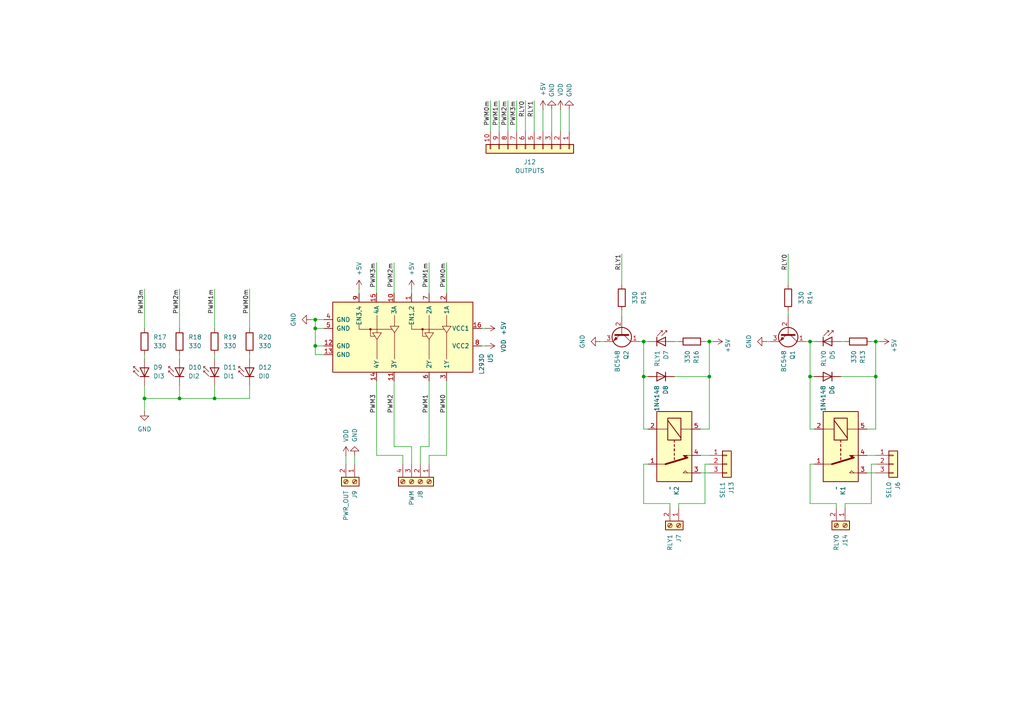
<source format=kicad_sch>
(kicad_sch (version 20231120) (generator "eeschema") (generator_version "8.0")
  (paper "A4")
  (lib_symbols
    (symbol "Codigo_lib:Relay"
      (property "Reference" "K" (at -1.016 -9.906 0))
      (symbol "Relay_0_0"
        (polyline (pts (xy 2.54 3.81) (xy 2.54 5.08)))
        (polyline (pts (xy 7.62 3.81) (xy 7.62 5.08)))
        (polyline (pts (xy 7.62 3.81) (xy 7.62 2.54) (xy 6.985 3.175) (xy 7.62 3.81)))
      )
      (symbol "Relay_0_1"
        (rectangle (start -10.16 5.08) (end 10.16 -5.08) (stroke (width 0.254)) (fill (type background)))
        (rectangle (start -8.255 1.905) (end -1.905 -1.905) (stroke (width 0.254)))
        (polyline (pts (xy -7.62 -1.905) (xy -2.54 1.905)) (stroke (width 0.254)))
        (polyline (pts (xy -5.08 -5.08) (xy -5.08 -1.905)))
        (polyline (pts (xy -5.08 5.08) (xy -5.08 1.905)))
        (polyline (pts (xy -1.905 0) (xy -1.27 0)) (stroke (width 0.254)))
        (polyline (pts (xy -0.635 0) (xy 0 0)) (stroke (width 0.254)))
        (polyline (pts (xy 0.635 0) (xy 1.27 0)) (stroke (width 0.254)))
        (polyline (pts (xy 0.635 0) (xy 1.27 0)) (stroke (width 0.254)))
        (polyline (pts (xy 1.905 0) (xy 2.54 0)) (stroke (width 0.254)))
        (polyline (pts (xy 3.175 0) (xy 3.81 0)) (stroke (width 0.254)))
        (polyline (pts (xy 5.08 -2.54) (xy 3.175 3.81)) (stroke (width 0.508)))
        (polyline (pts (xy 5.08 -2.54) (xy 5.08 -5.08)))
        (polyline (pts (xy 2.54 2.54) (xy 2.54 3.81) (xy 2.54 2.54) (xy 2.54 2.54) (xy 3.175 3.175) (xy 2.54 3.81)) (fill (type outline)))
      )
      (symbol "Relay_1_1"
        (pin passive line (at 5.08 -7.62 90) (length 2.54) (name "~") (number "1"))
        (pin passive line (at -5.08 -7.62 90) (length 2.54) (name "~") (number "2"))
        (pin passive line (at 7.62 7.62 270) (length 2.54) (name "~") (number "3"))
        (pin passive line (at 2.54 7.62 270) (length 2.54) (name "~") (number "4"))
        (pin passive line (at -5.08 7.62 270) (length 2.54) (name "~") (number "5"))
      )
    )
    (symbol "Connector:Screw_Terminal_01x02" (pin_names (offset 1.016) hide)
      (property "Reference" "J" (at 0 2.54 0))
      (property "Value" "Screw_Terminal_01x02" (at 0 -5.08 0))
      (symbol "Screw_Terminal_01x02_1_1"
        (rectangle (start -1.27 1.27) (end 1.27 -3.81) (stroke (width 0.254)) (fill (type background)))
        (circle (center 0 -2.54) (radius 0.635) (stroke (width 0.1524)))
        (polyline (pts (xy -0.5334 -2.2098) (xy 0.3302 -3.048)) (stroke (width 0.1524)))
        (polyline (pts (xy -0.5334 0.3302) (xy 0.3302 -0.508)) (stroke (width 0.1524)))
        (polyline (pts (xy -0.3556 -2.032) (xy 0.508 -2.8702)) (stroke (width 0.1524)))
        (polyline (pts (xy -0.3556 0.508) (xy 0.508 -0.3302)) (stroke (width 0.1524)))
        (circle (center 0 0) (radius 0.635) (stroke (width 0.1524)))
        (pin passive line (at -5.08 0 0) (length 3.81) (name "Pin_1") (number "1"))
        (pin passive line (at -5.08 -2.54 0) (length 3.81) (name "Pin_2") (number "2"))
      )
    )
    (symbol "Connector:Screw_Terminal_01x04" (pin_names (offset 1.016) hide)
      (property "Reference" "J" (at 0 5.08 0))
      (property "Value" "Screw_Terminal_01x04" (at 0 -7.62 0))
      (symbol "Screw_Terminal_01x04_1_1"
        (rectangle (start -1.27 3.81) (end 1.27 -6.35) (stroke (width 0.254)) (fill (type background)))
        (circle (center 0 -5.08) (radius 0.635) (stroke (width 0.1524)))
        (circle (center 0 -2.54) (radius 0.635) (stroke (width 0.1524)))
        (polyline (pts (xy -0.5334 -4.7498) (xy 0.3302 -5.588)) (stroke (width 0.1524)))
        (polyline (pts (xy -0.5334 -2.2098) (xy 0.3302 -3.048)) (stroke (width 0.1524)))
        (polyline (pts (xy -0.5334 0.3302) (xy 0.3302 -0.508)) (stroke (width 0.1524)))
        (polyline (pts (xy -0.5334 2.8702) (xy 0.3302 2.032)) (stroke (width 0.1524)))
        (polyline (pts (xy -0.3556 -4.572) (xy 0.508 -5.4102)) (stroke (width 0.1524)))
        (polyline (pts (xy -0.3556 -2.032) (xy 0.508 -2.8702)) (stroke (width 0.1524)))
        (polyline (pts (xy -0.3556 0.508) (xy 0.508 -0.3302)) (stroke (width 0.1524)))
        (polyline (pts (xy -0.3556 3.048) (xy 0.508 2.2098)) (stroke (width 0.1524)))
        (circle (center 0 0) (radius 0.635) (stroke (width 0.1524)))
        (circle (center 0 2.54) (radius 0.635) (stroke (width 0.1524)))
        (pin passive line (at -5.08 2.54 0) (length 3.81) (name "Pin_1") (number "1"))
        (pin passive line (at -5.08 0 0) (length 3.81) (name "Pin_2") (number "2"))
        (pin passive line (at -5.08 -2.54 0) (length 3.81) (name "Pin_3") (number "3"))
        (pin passive line (at -5.08 -5.08 0) (length 3.81) (name "Pin_4") (number "4"))
      )
    )
    (symbol "Connector_Generic:Conn_01x03" (pin_names (offset 1.016) hide)
      (property "Reference" "J" (at 0 5.08 0))
      (property "Value" "Conn_01x03" (at 0 -5.08 0))
      (symbol "Conn_01x03_1_1"
        (rectangle (start -1.27 -2.413) (end 0 -2.667) (stroke (width 0.1524)))
        (rectangle (start -1.27 0.127) (end 0 -0.127) (stroke (width 0.1524)))
        (rectangle (start -1.27 2.667) (end 0 2.413) (stroke (width 0.1524)))
        (rectangle (start -1.27 3.81) (end 1.27 -3.81) (stroke (width 0.254)) (fill (type background)))
        (pin passive line (at -5.08 2.54 0) (length 3.81) (name "Pin_1") (number "1"))
        (pin passive line (at -5.08 0 0) (length 3.81) (name "Pin_2") (number "2"))
        (pin passive line (at -5.08 -2.54 0) (length 3.81) (name "Pin_3") (number "3"))
      )
    )
    (symbol "Connector_Generic:Conn_01x10" (pin_names (offset 1.016) hide)
      (property "Reference" "J" (at 0 12.7 0))
      (property "Value" "Conn_01x10" (at 0 -15.24 0))
      (symbol "Conn_01x10_1_1"
        (rectangle (start -1.27 -12.573) (end 0 -12.827) (stroke (width 0.1524)))
        (rectangle (start -1.27 -10.033) (end 0 -10.287) (stroke (width 0.1524)))
        (rectangle (start -1.27 -7.493) (end 0 -7.747) (stroke (width 0.1524)))
        (rectangle (start -1.27 -4.953) (end 0 -5.207) (stroke (width 0.1524)))
        (rectangle (start -1.27 -2.413) (end 0 -2.667) (stroke (width 0.1524)))
        (rectangle (start -1.27 0.127) (end 0 -0.127) (stroke (width 0.1524)))
        (rectangle (start -1.27 2.667) (end 0 2.413) (stroke (width 0.1524)))
        (rectangle (start -1.27 5.207) (end 0 4.953) (stroke (width 0.1524)))
        (rectangle (start -1.27 7.747) (end 0 7.493) (stroke (width 0.1524)))
        (rectangle (start -1.27 10.287) (end 0 10.033) (stroke (width 0.1524)))
        (rectangle (start -1.27 11.43) (end 1.27 -13.97) (stroke (width 0.254)) (fill (type background)))
        (pin passive line (at -5.08 10.16 0) (length 3.81) (name "Pin_1") (number "1"))
        (pin passive line (at -5.08 -12.7 0) (length 3.81) (name "Pin_10") (number "10"))
        (pin passive line (at -5.08 7.62 0) (length 3.81) (name "Pin_2") (number "2"))
        (pin passive line (at -5.08 5.08 0) (length 3.81) (name "Pin_3") (number "3"))
        (pin passive line (at -5.08 2.54 0) (length 3.81) (name "Pin_4") (number "4"))
        (pin passive line (at -5.08 0 0) (length 3.81) (name "Pin_5") (number "5"))
        (pin passive line (at -5.08 -2.54 0) (length 3.81) (name "Pin_6") (number "6"))
        (pin passive line (at -5.08 -5.08 0) (length 3.81) (name "Pin_7") (number "7"))
        (pin passive line (at -5.08 -7.62 0) (length 3.81) (name "Pin_8") (number "8"))
        (pin passive line (at -5.08 -10.16 0) (length 3.81) (name "Pin_9") (number "9"))
      )
    )
    (symbol "Device:R" (pin_numbers hide) (pin_names (offset 0))
      (property "Reference" "R" (at 2.032 0 90))
      (property "Value" "R" (at 0 0 90))
      (symbol "R_0_1"
        (rectangle (start -1.016 -2.54) (end 1.016 2.54) (stroke (width 0.254)))
      )
      (symbol "R_1_1"
        (pin passive line (at 0 3.81 270) (length 1.27) (name "~") (number "1"))
        (pin passive line (at 0 -3.81 90) (length 1.27) (name "~") (number "2"))
      )
    )
    (symbol "Diode:1N4148" (pin_numbers hide) (pin_names hide)
      (property "Reference" "D" (at 0 2.54 0))
      (property "Value" "1N4148" (at 0 -2.54 0))
      (symbol "1N4148_0_1"
        (polyline (pts (xy -1.27 1.27) (xy -1.27 -1.27)) (stroke (width 0.254)))
        (polyline (pts (xy 1.27 0) (xy -1.27 0)))
        (polyline (pts (xy 1.27 1.27) (xy 1.27 -1.27) (xy -1.27 0) (xy 1.27 1.27)) (stroke (width 0.254)))
      )
      (symbol "1N4148_1_1"
        (pin passive line (at -3.81 0 0) (length 2.54) (name "K") (number "1"))
        (pin passive line (at 3.81 0 180) (length 2.54) (name "A") (number "2"))
      )
    )
    (symbol "Driver_Motor:L293D" (pin_names (offset 1.016))
      (property "Reference" "U" (at -5.08 26.035 0))
      (property "Value" "L293D" (at -5.08 24.13 0))
      (symbol "L293D_0_1"
        (rectangle (start -10.16 22.86) (end 10.16 -17.78) (stroke (width 0.254)) (fill (type background)))
        (circle (center -2.286 -6.858) (radius 0.254) (fill (type outline)))
        (circle (center -2.286 8.255) (radius 0.254) (fill (type outline)))
        (polyline (pts (xy -6.35 -4.953) (xy -1.27 -4.953)))
        (polyline (pts (xy -6.35 0.127) (xy -3.175 0.127)))
        (polyline (pts (xy -6.35 10.16) (xy -1.27 10.16)))
        (polyline (pts (xy -6.35 15.24) (xy -3.175 15.24)))
        (polyline (pts (xy -1.27 0.127) (xy 6.35 0.127)))
        (polyline (pts (xy -1.27 15.24) (xy 6.35 15.24)))
        (polyline (pts (xy 0.635 -4.953) (xy 6.35 -4.953)))
        (polyline (pts (xy 0.635 10.16) (xy 6.35 10.16)))
        (polyline (pts (xy -2.286 -6.858) (xy -0.254 -6.858) (xy -0.254 -5.588)))
        (polyline (pts (xy -2.286 -0.635) (xy -2.286 -10.16) (xy -3.556 -10.16)))
        (polyline (pts (xy -2.286 8.255) (xy -0.254 8.255) (xy -0.254 9.525)))
        (polyline (pts (xy -2.286 14.478) (xy -2.286 5.08) (xy -3.556 5.08)))
        (polyline (pts (xy -3.175 1.397) (xy -3.175 -1.143) (xy -1.27 0.127) (xy -3.175 1.397)))
        (polyline (pts (xy -3.175 16.51) (xy -3.175 13.97) (xy -1.27 15.24) (xy -3.175 16.51)))
        (polyline (pts (xy -1.27 -3.683) (xy -1.27 -6.223) (xy 0.635 -4.953) (xy -1.27 -3.683)))
        (polyline (pts (xy -1.27 11.43) (xy -1.27 8.89) (xy 0.635 10.16) (xy -1.27 11.43)))
      )
      (symbol "L293D_1_1"
        (pin input line (at -12.7 5.08 0) (length 2.54) (name "EN1,2") (number "1"))
        (pin input line (at -12.7 0 0) (length 2.54) (name "3A") (number "10"))
        (pin output line (at 12.7 0 180) (length 2.54) (name "3Y") (number "11"))
        (pin power_in line (at 2.54 -20.32 90) (length 2.54) (name "GND") (number "12"))
        (pin power_in line (at 5.08 -20.32 90) (length 2.54) (name "GND") (number "13"))
        (pin output line (at 12.7 -5.08 180) (length 2.54) (name "4Y") (number "14"))
        (pin input line (at -12.7 -5.08 0) (length 2.54) (name "4A") (number "15"))
        (pin power_in line (at -2.54 25.4 270) (length 2.54) (name "VCC1") (number "16"))
        (pin input line (at -12.7 15.24 0) (length 2.54) (name "1A") (number "2"))
        (pin output line (at 12.7 15.24 180) (length 2.54) (name "1Y") (number "3"))
        (pin power_in line (at -5.08 -20.32 90) (length 2.54) (name "GND") (number "4"))
        (pin power_in line (at -2.54 -20.32 90) (length 2.54) (name "GND") (number "5"))
        (pin output line (at 12.7 10.16 180) (length 2.54) (name "2Y") (number "6"))
        (pin input line (at -12.7 10.16 0) (length 2.54) (name "2A") (number "7"))
        (pin power_in line (at 2.54 25.4 270) (length 2.54) (name "VCC2") (number "8"))
        (pin input line (at -12.7 -10.16 0) (length 2.54) (name "EN3,4") (number "9"))
      )
    )
    (symbol "LED:IR204A" (pin_numbers hide) (pin_names (offset 1.016) hide)
      (property "Reference" "D" (at 0.508 1.778 0))
      (property "Value" "IR204A" (at -1.016 -2.794 0))
      (symbol "IR204A_0_1"
        (polyline (pts (xy -2.54 1.27) (xy -2.54 -1.27)) (stroke (width 0.254)))
        (polyline (pts (xy 0 0) (xy -2.54 0)))
        (polyline (pts (xy 0.381 3.175) (xy -0.127 3.175)))
        (polyline (pts (xy -1.143 1.651) (xy 0.381 3.175) (xy 0.381 2.667)))
        (polyline (pts (xy 0 1.27) (xy -2.54 0) (xy 0 -1.27) (xy 0 1.27)) (stroke (width 0.254)))
        (polyline (pts (xy -2.413 1.651) (xy -0.889 3.175) (xy -0.889 2.667) (xy -0.889 3.175) (xy -1.397 3.175)))
      )
      (symbol "IR204A_1_1"
        (pin passive line (at -5.08 0 0) (length 2.54) (name "K") (number "1"))
        (pin passive line (at 2.54 0 180) (length 2.54) (name "A") (number "2"))
      )
    )
    (symbol "Transistor_BJT:BC548" (pin_names (offset 0) hide)
      (property "Reference" "Q" (at 5.08 1.905 0))
      (property "Value" "BC548" (at 5.08 0 0))
      (symbol "BC548_0_1"
        (polyline (pts (xy 0 0) (xy 0.635 0)))
        (polyline (pts (xy 0.635 0.635) (xy 2.54 2.54)))
        (polyline (pts (xy 0.635 -0.635) (xy 2.54 -2.54) (xy 2.54 -2.54)))
        (polyline (pts (xy 0.635 1.905) (xy 0.635 -1.905) (xy 0.635 -1.905)) (stroke (width 0.508)))
        (polyline (pts (xy 1.27 -1.778) (xy 1.778 -1.27) (xy 2.286 -2.286) (xy 1.27 -1.778) (xy 1.27 -1.778)) (fill (type outline)))
        (circle (center 1.27 0) (radius 2.8194) (stroke (width 0.254)))
      )
      (symbol "BC548_1_1"
        (pin passive line (at 2.54 5.08 270) (length 2.54) (name "C") (number "1"))
        (pin input line (at -5.08 0 0) (length 5.08) (name "B") (number "2"))
        (pin passive line (at 2.54 -5.08 90) (length 2.54) (name "E") (number "3"))
      )
    )
    (symbol "power:+5V" (power) (pin_numbers hide) (pin_names (offset 0) hide)
      (property "Value" "+5V" (at 0 3.556 0))
      (symbol "+5V_0_1"
        (polyline (pts (xy -0.762 1.27) (xy 0 2.54)))
        (polyline (pts (xy 0 0) (xy 0 2.54)))
        (polyline (pts (xy 0 2.54) (xy 0.762 1.27)))
      )
      (symbol "+5V_1_1"
        (pin power_in line (at 0 0 90) (length 0) (name "~") (number "1"))
      )
    )
    (symbol "power:GND" (power) (pin_numbers hide) (pin_names (offset 0) hide)
      (property "Value" "GND" (at 0 -3.81 0))
      (symbol "GND_0_1"
        (polyline (pts (xy 0 0) (xy 0 -1.27) (xy 1.27 -1.27) (xy 0 -2.54) (xy -1.27 -1.27) (xy 0 -1.27)))
      )
      (symbol "GND_1_1"
        (pin power_in line (at 0 0 270) (length 0) (name "~") (number "1"))
      )
    )
    (symbol "power:VDD" (power) (pin_numbers hide) (pin_names (offset 0) hide)
      (property "Value" "VDD" (at 0 3.556 0))
      (symbol "VDD_0_1"
        (polyline (pts (xy -0.762 1.27) (xy 0 2.54)))
        (polyline (pts (xy 0 0) (xy 0 2.54)))
        (polyline (pts (xy 0 2.54) (xy 0.762 1.27)))
      )
      (symbol "VDD_1_1"
        (pin power_in line (at 0 0 90) (length 0) (name "~") (number "1"))
      )
    )
  )
  (junction (at 205.74 99.06))
  (junction (at 234.95 109.22))
  (junction (at 52.07 115.57))
  (junction (at 186.69 99.06))
  (junction (at 205.74 109.22))
  (junction (at 254 109.22))
  (junction (at 254 99.06))
  (junction (at 91.44 100.33))
  (junction (at 41.91 115.57))
  (junction (at 234.95 99.06))
  (junction (at 91.44 95.25))
  (junction (at 62.23 115.57))
  (junction (at 91.44 92.71))
  (junction (at 186.69 109.22))
  (wire (pts (xy 254 137.16) (xy 251.46 137.16)))
  (wire (pts (xy 236.22 99.06) (xy 234.95 99.06)))
  (wire (pts (xy 140.97 95.25) (xy 139.7 95.25)))
  (wire (pts (xy 72.39 111.76) (xy 72.39 115.57)))
  (wire (pts (xy 93.98 95.25) (xy 91.44 95.25)))
  (wire (pts (xy 104.14 83.82) (xy 104.14 85.09)))
  (wire (pts (xy 187.96 109.22) (xy 186.69 109.22)))
  (wire (pts (xy 116.84 132.08) (xy 116.84 134.62)))
  (wire (pts (xy 205.74 109.22) (xy 205.74 124.46)))
  (wire (pts (xy 180.34 90.17) (xy 180.34 91.44)))
  (wire (pts (xy 119.38 83.82) (xy 119.38 85.09)))
  (wire (pts (xy 254 134.62) (xy 252.73 134.62)))
  (wire (pts (xy 91.44 92.71) (xy 93.98 92.71)))
  (wire (pts (xy 140.97 100.33) (xy 139.7 100.33)))
  (wire (pts (xy 186.69 99.06) (xy 185.42 99.06)))
  (wire (pts (xy 100.33 132.08) (xy 100.33 134.62)))
  (wire (pts (xy 254 109.22) (xy 254 124.46)))
  (wire (pts (xy 204.47 134.62) (xy 204.47 146.05)))
  (wire (pts (xy 205.74 134.62) (xy 204.47 134.62)))
  (wire (pts (xy 205.74 137.16) (xy 203.2 137.16)))
  (wire (pts (xy 147.32 38.1) (xy 147.32 29.21)))
  (wire (pts (xy 205.74 99.06) (xy 204.47 99.06)))
  (wire (pts (xy 72.39 102.87) (xy 72.39 104.14)))
  (wire (pts (xy 154.94 38.1) (xy 154.94 29.21)))
  (wire (pts (xy 119.38 129.54) (xy 114.3 129.54)))
  (wire (pts (xy 245.11 99.06) (xy 243.84 99.06)))
  (wire (pts (xy 160.02 38.1) (xy 160.02 31.75)))
  (wire (pts (xy 251.46 124.46) (xy 254 124.46)))
  (wire (pts (xy 194.31 146.05) (xy 186.69 146.05)))
  (wire (pts (xy 124.46 129.54) (xy 121.92 129.54)))
  (wire (pts (xy 52.07 102.87) (xy 52.07 104.14)))
  (wire (pts (xy 91.44 95.25) (xy 91.44 100.33)))
  (wire (pts (xy 243.84 109.22) (xy 254 109.22)))
  (wire (pts (xy 254 132.08) (xy 251.46 132.08)))
  (wire (pts (xy 252.73 146.05) (xy 252.73 134.62)))
  (wire (pts (xy 205.74 109.22) (xy 205.74 99.06)))
  (wire (pts (xy 91.44 100.33) (xy 91.44 102.87)))
  (wire (pts (xy 91.44 92.71) (xy 91.44 95.25)))
  (wire (pts (xy 41.91 83.82) (xy 41.91 95.25)))
  (wire (pts (xy 234.95 124.46) (xy 236.22 124.46)))
  (wire (pts (xy 121.92 129.54) (xy 121.92 134.62)))
  (wire (pts (xy 93.98 100.33) (xy 91.44 100.33)))
  (wire (pts (xy 204.47 146.05) (xy 196.85 146.05)))
  (wire (pts (xy 124.46 110.49) (xy 124.46 129.54)))
  (wire (pts (xy 72.39 83.82) (xy 72.39 95.25)))
  (wire (pts (xy 207.01 99.06) (xy 205.74 99.06)))
  (wire (pts (xy 114.3 76.2) (xy 114.3 85.09)))
  (wire (pts (xy 228.6 73.66) (xy 228.6 82.55)))
  (wire (pts (xy 196.85 146.05) (xy 196.85 147.32)))
  (wire (pts (xy 186.69 146.05) (xy 186.69 134.62)))
  (wire (pts (xy 124.46 76.2) (xy 124.46 85.09)))
  (wire (pts (xy 129.54 110.49) (xy 129.54 132.08)))
  (wire (pts (xy 254 109.22) (xy 254 99.06)))
  (wire (pts (xy 186.69 124.46) (xy 186.69 109.22)))
  (wire (pts (xy 245.11 147.32) (xy 245.11 146.05)))
  (wire (pts (xy 228.6 90.17) (xy 228.6 91.44)))
  (wire (pts (xy 175.26 99.06) (xy 173.99 99.06)))
  (wire (pts (xy 242.57 146.05) (xy 242.57 147.32)))
  (wire (pts (xy 41.91 115.57) (xy 52.07 115.57)))
  (wire (pts (xy 205.74 132.08) (xy 203.2 132.08)))
  (wire (pts (xy 194.31 147.32) (xy 194.31 146.05)))
  (wire (pts (xy 186.69 99.06) (xy 186.69 109.22)))
  (wire (pts (xy 234.95 146.05) (xy 234.95 134.62)))
  (wire (pts (xy 62.23 102.87) (xy 62.23 104.14)))
  (wire (pts (xy 62.23 115.57) (xy 72.39 115.57)))
  (wire (pts (xy 254 99.06) (xy 252.73 99.06)))
  (wire (pts (xy 109.22 132.08) (xy 116.84 132.08)))
  (wire (pts (xy 41.91 102.87) (xy 41.91 104.14)))
  (wire (pts (xy 223.52 99.06) (xy 222.25 99.06)))
  (wire (pts (xy 41.91 115.57) (xy 41.91 119.38)))
  (wire (pts (xy 187.96 134.62) (xy 186.69 134.62)))
  (wire (pts (xy 52.07 83.82) (xy 52.07 95.25)))
  (wire (pts (xy 236.22 109.22) (xy 234.95 109.22)))
  (wire (pts (xy 187.96 124.46) (xy 186.69 124.46)))
  (wire (pts (xy 114.3 110.49) (xy 114.3 129.54)))
  (wire (pts (xy 142.24 38.1) (xy 142.24 29.21)))
  (wire (pts (xy 245.11 146.05) (xy 252.73 146.05)))
  (wire (pts (xy 180.34 73.66) (xy 180.34 82.55)))
  (wire (pts (xy 41.91 111.76) (xy 41.91 115.57)))
  (wire (pts (xy 165.1 38.1) (xy 165.1 31.75)))
  (wire (pts (xy 149.86 38.1) (xy 149.86 29.21)))
  (wire (pts (xy 62.23 111.76) (xy 62.23 115.57)))
  (wire (pts (xy 109.22 76.2) (xy 109.22 85.09)))
  (wire (pts (xy 195.58 109.22) (xy 205.74 109.22)))
  (wire (pts (xy 187.96 99.06) (xy 186.69 99.06)))
  (wire (pts (xy 119.38 134.62) (xy 119.38 129.54)))
  (wire (pts (xy 152.4 38.1) (xy 152.4 29.21)))
  (wire (pts (xy 144.78 38.1) (xy 144.78 29.21)))
  (wire (pts (xy 62.23 83.82) (xy 62.23 95.25)))
  (wire (pts (xy 129.54 76.2) (xy 129.54 85.09)))
  (wire (pts (xy 109.22 110.49) (xy 109.22 132.08)))
  (wire (pts (xy 124.46 132.08) (xy 129.54 132.08)))
  (wire (pts (xy 124.46 134.62) (xy 124.46 132.08)))
  (wire (pts (xy 162.56 38.1) (xy 162.56 31.75)))
  (wire (pts (xy 52.07 115.57) (xy 62.23 115.57)))
  (wire (pts (xy 242.57 146.05) (xy 234.95 146.05)))
  (wire (pts (xy 93.98 102.87) (xy 91.44 102.87)))
  (wire (pts (xy 157.48 38.1) (xy 157.48 31.75)))
  (wire (pts (xy 102.87 132.08) (xy 102.87 134.62)))
  (wire (pts (xy 234.95 99.06) (xy 234.95 109.22)))
  (wire (pts (xy 203.2 124.46) (xy 205.74 124.46)))
  (wire (pts (xy 234.95 109.22) (xy 234.95 124.46)))
  (wire (pts (xy 196.85 99.06) (xy 195.58 99.06)))
  (wire (pts (xy 233.68 99.06) (xy 234.95 99.06)))
  (wire (pts (xy 255.27 99.06) (xy 254 99.06)))
  (wire (pts (xy 90.17 92.71) (xy 91.44 92.71)))
  (wire (pts (xy 52.07 111.76) (xy 52.07 115.57)))
  (wire (pts (xy 236.22 134.62) (xy 234.95 134.62)))
  (label "PWM2m" (at 114.3 76.2 270))
  (label "RLY1" (at 154.94 29.21 270))
  (label "PWM1" (at 124.46 114.3 270))
  (label "PWM1m" (at 144.78 29.21 270))
  (label "PWM2m" (at 52.07 83.82 270))
  (label "RLY0" (at 152.4 29.21 270))
  (label "PWM0m" (at 129.54 76.2 270))
  (label "PWM0m" (at 142.24 29.21 270))
  (label "PWM3m" (at 109.22 76.2 270))
  (label "PWM3m" (at 41.91 83.82 270))
  (label "PWM2" (at 114.3 114.3 270))
  (label "PWM0m" (at 72.39 83.82 270))
  (label "PWM2m" (at 147.32 29.21 270))
  (label "PWM1m" (at 62.23 83.82 270))
  (label "RLY0" (at 228.6 73.66 270))
  (label "PWM0" (at 129.54 114.3 270))
  (label "PWM1m" (at 124.46 76.2 270))
  (label "PWM3m" (at 149.86 29.21 270))
  (label "RLY1" (at 180.34 73.66 270))
  (label "PWM3" (at 109.22 114.3 270))
  (symbol (lib_id "power:+5V") (at 119.38 83.82 0) (unit 1)
    (property "Reference" "#PWR034" (effects (hide yes)))
    (property "Value" "+5V" (at 119.3801 80.01 90) (effects (justify left)))
    (property "Description" "Power symbol creates a global label with name \"+5V\"" (effects (hide yes)))
  )
  (symbol (lib_id "Connector:Screw_Terminal_01x02") (at 196.85 152.4 270) (unit 1)
    (property "Reference" "J7" (at 196.8501 154.94 0) (effects (justify left)))
    (property "Value" "RLY1" (at 194.3101 154.94 0) (effects (justify left)))
    (property "Footprint" "Borneras:TerminalBlock_Altech_AK300-2_P5.00mm" (effects (hide yes)))
    (property "Description" "Generic screw terminal, single row, 01x02, script generated (kicad-library-utils/schlib/autogen/connector/)" (effects (hide yes)))
  )
  (symbol (lib_id "LED:IR204A") (at 241.3 99.06 0) (unit 1)
    (property "Reference" "D5" (at 241.4271 101.6 90) (effects (justify right)))
    (property "Value" "RLY0" (at 238.8871 101.6 90) (effects (justify right)))
    (property "Footprint" "LED_THT:LED_D3.0mm_IRBlack" (effects (hide yes)))
    (property "Datasheet" "http://www.everlight.com/file/ProductFile/IR204-A.pdf" (effects (hide yes)))
    (property "Description" "Infrared LED , 3mm LED package" (effects (hide yes)))
  )
  (symbol (lib_id "power:GND") (at 173.99 99.06 270) (unit 1)
    (property "Reference" "#PWR033" (effects (hide yes)))
    (property "Value" "GND" (at 168.91 99.06 0))
    (property "Description" "Power symbol creates a global label with name \"GND\" , ground" (effects (hide yes)))
  )
  (symbol (lib_id "Transistor_BJT:BC548") (at 180.34 96.52 270) (unit 1)
    (property "Reference" "Q2" (at 181.6101 101.6 0) (effects (justify left)))
    (property "Value" "BC548" (at 179.0701 101.6 0) (effects (justify left)))
    (property "Footprint" "Package_TO_SOT_THT:TO-92L_Inline_Wide" (effects (hide yes)))
    (property "Datasheet" "https://www.onsemi.com/pub/Collateral/BC550-D.pdf" (effects (hide yes)))
    (property "Description" "0.1A Ic, 30V Vce, Small Signal NPN Transistor, TO-92" (effects (hide yes)))
  )
  (symbol (lib_id "Device:R") (at 72.39 99.06 180) (unit 1)
    (property "Reference" "R20" (at 74.93 97.7899 0) (effects (justify right)))
    (property "Value" "330" (at 74.93 100.3299 0) (effects (justify right)))
    (property "Footprint" "Resistor_THT:R_Axial_DIN0207_L6.3mm_D2.5mm_P7.62mm_Horizontal" (effects (hide yes)))
    (property "Description" "Resistor" (effects (hide yes)))
  )
  (symbol (lib_id "power:VDD") (at 140.97 100.33 270) (unit 1)
    (property "Reference" "#PWR037" (effects (hide yes)))
    (property "Value" "VDD" (at 146.05 100.33 0))
    (property "Description" "Power symbol creates a global label with name \"VDD\"" (effects (hide yes)))
  )
  (symbol (lib_id "Codigo_lib:Relay") (at 195.58 129.54 270) (unit 1)
    (property "Reference" "K2" (at 196.2151 140.97 0) (effects (justify left)))
    (property "Value" "~" (at 194.31 140.97 0) (effects (justify left)))
    (property "Footprint" "Codigo_lib:Relay" (effects (hide yes)))
  )
  (symbol (lib_id "Connector:Screw_Terminal_01x02") (at 102.87 139.7 270) (unit 1)
    (property "Reference" "J9" (at 102.8701 142.24 0) (effects (justify left)))
    (property "Value" "PWR_OUT" (at 100.3301 142.24 0) (effects (justify left)))
    (property "Footprint" "Borneras:TerminalBlock_Altech_AK300-2_P5.00mm" (effects (hide yes)))
    (property "Description" "Generic screw terminal, single row, 01x02, script generated (kicad-library-utils/schlib/autogen/connector/)" (effects (hide yes)))
  )
  (symbol (lib_id "power:VDD") (at 162.56 31.75 0) (mirror y) (unit 1)
    (property "Reference" "#PWR03" (effects (hide yes)))
    (property "Value" "VDD" (at 162.5601 27.94 90) (effects (justify left)))
    (property "Description" "Power symbol creates a global label with name \"VDD\"" (effects (hide yes)))
  )
  (symbol (lib_id "power:+5V") (at 104.14 83.82 0) (unit 1)
    (property "Reference" "#PWR035" (effects (hide yes)))
    (property "Value" "+5V" (at 104.1401 80.01 90) (effects (justify left)))
    (property "Description" "Power symbol creates a global label with name \"+5V\"" (effects (hide yes)))
  )
  (symbol (lib_id "Connector_Generic:Conn_01x03") (at 259.08 134.62 0) (unit 1)
    (property "Reference" "J6" (at 260.3501 139.7 90) (effects (justify right)))
    (property "Value" "SEL0" (at 257.8101 139.7 90) (effects (justify right)))
    (property "Footprint" "Connector_PinHeader_2.54mm:PinHeader_1x03_P2.54mm_Vertical" (effects (hide yes)))
    (property "Description" "Generic connector, single row, 01x03, script generated (kicad-library-utils/schlib/autogen/connector/)" (effects (hide yes)))
  )
  (symbol (lib_id "Driver_Motor:L293D") (at 114.3 97.79 270) (unit 1)
    (property "Reference" "U5" (at 142.24 102.5241 0) (effects (justify left)))
    (property "Value" "L293D" (at 139.7 102.5241 0) (effects (justify left)))
    (property "Footprint" "Package_DIP:DIP-16_W7.62mm_LongPads" (effects (hide yes)))
    (property "Datasheet" "http://www.ti.com/lit/ds/symlink/l293.pdf" (effects (hide yes)))
    (property "Description" "Quadruple Half-H Drivers" (effects (hide yes)))
  )
  (symbol (lib_id "power:+5V") (at 255.27 99.06 270) (unit 1)
    (property "Reference" "#PWR030" (effects (hide yes)))
    (property "Value" "+5V" (at 259.334 100.33 0))
    (property "Description" "Power symbol creates a global label with name \"+5V\"" (effects (hide yes)))
  )
  (symbol (lib_id "Codigo_lib:Relay") (at 243.84 129.54 270) (unit 1)
    (property "Reference" "K1" (at 244.4751 140.97 0) (effects (justify left)))
    (property "Value" "~" (at 242.57 140.97 0) (effects (justify left)))
    (property "Footprint" "Codigo_lib:Relay" (effects (hide yes)))
  )
  (symbol (lib_id "power:GND") (at 90.17 92.71 270) (unit 1)
    (property "Reference" "#PWR036" (effects (hide yes)))
    (property "Value" "GND" (at 85.09 92.71 0))
    (property "Description" "Power symbol creates a global label with name \"GND\" , ground" (effects (hide yes)))
  )
  (symbol (lib_id "Connector_Generic:Conn_01x03") (at 210.82 134.62 0) (unit 1)
    (property "Reference" "J13" (at 212.0901 139.7 90) (effects (justify right)))
    (property "Value" "SEL1" (at 209.5501 139.7 90) (effects (justify right)))
    (property "Footprint" "Connector_PinHeader_2.54mm:PinHeader_1x03_P2.54mm_Vertical" (effects (hide yes)))
    (property "Description" "Generic connector, single row, 01x03, script generated (kicad-library-utils/schlib/autogen/connector/)" (effects (hide yes)))
  )
  (symbol (lib_id "power:GND") (at 222.25 99.06 270) (unit 1)
    (property "Reference" "#PWR031" (effects (hide yes)))
    (property "Value" "GND" (at 217.17 99.06 0))
    (property "Description" "Power symbol creates a global label with name \"GND\" , ground" (effects (hide yes)))
  )
  (symbol (lib_id "power:GND") (at 41.91 119.38 0) (unit 1)
    (property "Reference" "#PWR041" (effects (hide yes)))
    (property "Value" "GND" (at 41.91 124.46 0))
    (property "Description" "Power symbol creates a global label with name \"GND\" , ground" (effects (hide yes)))
  )
  (symbol (lib_id "LED:IR204A") (at 62.23 106.68 90) (unit 1)
    (property "Reference" "D11" (at 64.77 106.5529 90) (effects (justify right)))
    (property "Value" "DI1" (at 64.77 109.0929 90) (effects (justify right)))
    (property "Footprint" "LED_THT:LED_D3.0mm_IRBlack" (effects (hide yes)))
    (property "Datasheet" "http://www.everlight.com/file/ProductFile/IR204-A.pdf" (effects (hide yes)))
    (property "Description" "Infrared LED , 3mm LED package" (effects (hide yes)))
  )
  (symbol (lib_id "Device:R") (at 228.6 86.36 180) (unit 1)
    (property "Reference" "R14" (at 234.95 86.36 90))
    (property "Value" "330" (at 232.41 86.36 90))
    (property "Footprint" "Resistor_THT:R_Axial_DIN0207_L6.3mm_D2.5mm_P7.62mm_Horizontal" (effects (hide yes)))
    (property "Description" "Resistor" (effects (hide yes)))
  )
  (symbol (lib_id "LED:IR204A") (at 41.91 106.68 90) (unit 1)
    (property "Reference" "D9" (at 44.45 106.5529 90) (effects (justify right)))
    (property "Value" "DI3" (at 44.45 109.0929 90) (effects (justify right)))
    (property "Footprint" "LED_THT:LED_D3.0mm_IRBlack" (effects (hide yes)))
    (property "Datasheet" "http://www.everlight.com/file/ProductFile/IR204-A.pdf" (effects (hide yes)))
    (property "Description" "Infrared LED , 3mm LED package" (effects (hide yes)))
  )
  (symbol (lib_id "power:GND") (at 165.1 31.75 0) (mirror x) (unit 1)
    (property "Reference" "#PWR04" (effects (hide yes)))
    (property "Value" "GND" (at 165.1 26.162 90))
    (property "Description" "Power symbol creates a global label with name \"GND\" , ground" (effects (hide yes)))
  )
  (symbol (lib_id "power:+5V") (at 157.48 31.75 0) (mirror y) (unit 1)
    (property "Reference" "#PWR01" (effects (hide yes)))
    (property "Value" "+5V" (at 157.4801 27.94 90) (effects (justify left)))
    (property "Description" "Power symbol creates a global label with name \"+5V\"" (effects (hide yes)))
  )
  (symbol (lib_id "Device:R") (at 248.92 99.06 90) (unit 1)
    (property "Reference" "R13" (at 250.1901 101.6 0) (effects (justify right)))
    (property "Value" "330" (at 247.6501 101.6 0) (effects (justify right)))
    (property "Footprint" "Resistor_THT:R_Axial_DIN0207_L6.3mm_D2.5mm_P7.62mm_Horizontal" (effects (hide yes)))
    (property "Description" "Resistor" (effects (hide yes)))
  )
  (symbol (lib_id "LED:IR204A") (at 72.39 106.68 90) (unit 1)
    (property "Reference" "D12" (at 74.93 106.5529 90) (effects (justify right)))
    (property "Value" "DI0" (at 74.93 109.0929 90) (effects (justify right)))
    (property "Footprint" "LED_THT:LED_D3.0mm_IRBlack" (effects (hide yes)))
    (property "Datasheet" "http://www.everlight.com/file/ProductFile/IR204-A.pdf" (effects (hide yes)))
    (property "Description" "Infrared LED , 3mm LED package" (effects (hide yes)))
  )
  (symbol (lib_id "Device:R") (at 200.66 99.06 90) (unit 1)
    (property "Reference" "R16" (at 201.9301 101.6 0) (effects (justify right)))
    (property "Value" "330" (at 199.3901 101.6 0) (effects (justify right)))
    (property "Footprint" "Resistor_THT:R_Axial_DIN0207_L6.3mm_D2.5mm_P7.62mm_Horizontal" (effects (hide yes)))
    (property "Description" "Resistor" (effects (hide yes)))
  )
  (symbol (lib_id "Connector:Screw_Terminal_01x04") (at 121.92 139.7 270) (unit 1)
    (property "Reference" "J8" (at 121.9201 142.24 0) (effects (justify left)))
    (property "Value" "PWM" (at 119.3801 142.24 0) (effects (justify left)))
    (property "Footprint" "Borneras:TerminalBlock_Altech_AK300-4_P5.00mm" (effects (hide yes)))
    (property "Description" "Generic screw terminal, single row, 01x04, script generated (kicad-library-utils/schlib/autogen/connector/)" (effects (hide yes)))
  )
  (symbol (lib_id "power:GND") (at 160.02 31.75 0) (mirror x) (unit 1)
    (property "Reference" "#PWR02" (effects (hide yes)))
    (property "Value" "GND" (at 160.02 26.162 90))
    (property "Description" "Power symbol creates a global label with name \"GND\" , ground" (effects (hide yes)))
  )
  (symbol (lib_id "Connector:Screw_Terminal_01x02") (at 245.11 152.4 270) (unit 1)
    (property "Reference" "J14" (at 245.1101 154.94 0) (effects (justify left)))
    (property "Value" "RLY0" (at 242.5701 154.94 0) (effects (justify left)))
    (property "Footprint" "Borneras:TerminalBlock_Altech_AK300-2_P5.00mm" (effects (hide yes)))
    (property "Description" "Generic screw terminal, single row, 01x02, script generated (kicad-library-utils/schlib/autogen/connector/)" (effects (hide yes)))
  )
  (symbol (lib_id "Transistor_BJT:BC548") (at 228.6 96.52 270) (unit 1)
    (property "Reference" "Q1" (at 229.8701 101.6 0) (effects (justify left)))
    (property "Value" "BC548" (at 227.3301 101.6 0) (effects (justify left)))
    (property "Footprint" "Package_TO_SOT_THT:TO-92L_Inline_Wide" (effects (hide yes)))
    (property "Datasheet" "https://www.onsemi.com/pub/Collateral/BC550-D.pdf" (effects (hide yes)))
    (property "Description" "0.1A Ic, 30V Vce, Small Signal NPN Transistor, TO-92" (effects (hide yes)))
  )
  (symbol (lib_id "Device:R") (at 62.23 99.06 180) (unit 1)
    (property "Reference" "R19" (at 64.77 97.7899 0) (effects (justify right)))
    (property "Value" "330" (at 64.77 100.33 0) (effects (justify right)))
    (property "Footprint" "Resistor_THT:R_Axial_DIN0207_L6.3mm_D2.5mm_P7.62mm_Horizontal" (effects (hide yes)))
    (property "Description" "Resistor" (effects (hide yes)))
  )
  (symbol (lib_id "power:+5V") (at 140.97 95.25 270) (unit 1)
    (property "Reference" "#PWR038" (effects (hide yes)))
    (property "Value" "+5V" (at 146.05 95.25 0))
    (property "Description" "Power symbol creates a global label with name \"+5V\"" (effects (hide yes)))
  )
  (symbol (lib_id "LED:IR204A") (at 52.07 106.68 90) (unit 1)
    (property "Reference" "D10" (at 54.61 106.5529 90) (effects (justify right)))
    (property "Value" "DI2" (at 54.61 109.0929 90) (effects (justify right)))
    (property "Footprint" "LED_THT:LED_D3.0mm_IRBlack" (effects (hide yes)))
    (property "Datasheet" "http://www.everlight.com/file/ProductFile/IR204-A.pdf" (effects (hide yes)))
    (property "Description" "Infrared LED , 3mm LED package" (effects (hide yes)))
  )
  (symbol (lib_id "power:GND") (at 102.87 132.08 180) (unit 1)
    (property "Reference" "#PWR040" (effects (hide yes)))
    (property "Value" "GND" (at 102.8701 128.27 90) (effects (justify right)))
    (property "Description" "Power symbol creates a global label with name \"GND\" , ground" (effects (hide yes)))
  )
  (symbol (lib_id "Diode:1N4148") (at 191.77 109.22 180) (unit 1)
    (property "Reference" "D8" (at 193.0401 111.76 90) (effects (justify left)))
    (property "Value" "1N4148" (at 190.5001 111.76 90) (effects (justify left)))
    (property "Footprint" "Diode_THT:D_DO-35_SOD27_P7.62mm_Horizontal" (effects (hide yes)))
    (property "Datasheet" "https://assets.nexperia.com/documents/data-sheet/1N4148_1N4448.pdf" (effects (hide yes)))
    (property "Description" "100V 0.15A standard switching diode, DO-35" (effects (hide yes)))
    (property "Sim.Device" "D" (effects (hide yes)))
    (property "Sim.Pins" "1=K 2=A" (effects (hide yes)))
  )
  (symbol (lib_id "LED:IR204A") (at 193.04 99.06 0) (unit 1)
    (property "Reference" "D7" (at 193.1671 101.6 90) (effects (justify right)))
    (property "Value" "RLY1" (at 190.6271 101.6 90) (effects (justify right)))
    (property "Footprint" "LED_THT:LED_D3.0mm_IRBlack" (effects (hide yes)))
    (property "Datasheet" "http://www.everlight.com/file/ProductFile/IR204-A.pdf" (effects (hide yes)))
    (property "Description" "Infrared LED , 3mm LED package" (effects (hide yes)))
  )
  (symbol (lib_id "Device:R") (at 41.91 99.06 180) (unit 1)
    (property "Reference" "R17" (at 44.45 97.7899 0) (effects (justify right)))
    (property "Value" "330" (at 44.45 100.3299 0) (effects (justify right)))
    (property "Footprint" "Resistor_THT:R_Axial_DIN0207_L6.3mm_D2.5mm_P7.62mm_Horizontal" (effects (hide yes)))
    (property "Description" "Resistor" (effects (hide yes)))
  )
  (symbol (lib_id "power:+5V") (at 207.01 99.06 270) (unit 1)
    (property "Reference" "#PWR032" (effects (hide yes)))
    (property "Value" "+5V" (at 211.074 100.33 0))
    (property "Description" "Power symbol creates a global label with name \"+5V\"" (effects (hide yes)))
  )
  (symbol (lib_id "Diode:1N4148") (at 240.03 109.22 180) (unit 1)
    (property "Reference" "D6" (at 241.3001 111.76 90) (effects (justify left)))
    (property "Value" "1N4148" (at 238.7601 111.76 90) (effects (justify left)))
    (property "Footprint" "Diode_THT:D_DO-35_SOD27_P7.62mm_Horizontal" (effects (hide yes)))
    (property "Datasheet" "https://assets.nexperia.com/documents/data-sheet/1N4148_1N4448.pdf" (effects (hide yes)))
    (property "Description" "100V 0.15A standard switching diode, DO-35" (effects (hide yes)))
    (property "Sim.Device" "D" (effects (hide yes)))
    (property "Sim.Pins" "1=K 2=A" (effects (hide yes)))
  )
  (symbol (lib_id "Device:R") (at 180.34 86.36 180) (unit 1)
    (property "Reference" "R15" (at 186.69 86.36 90))
    (property "Value" "330" (at 184.15 86.36 90))
    (property "Footprint" "Resistor_THT:R_Axial_DIN0207_L6.3mm_D2.5mm_P7.62mm_Horizontal" (effects (hide yes)))
    (property "Description" "Resistor" (effects (hide yes)))
  )
  (symbol (lib_id "power:VDD") (at 100.33 132.08 0) (unit 1)
    (property "Reference" "#PWR039" (effects (hide yes)))
    (property "Value" "VDD" (at 100.3301 128.27 90) (effects (justify left)))
    (property "Description" "Power symbol creates a global label with name \"VDD\"" (effects (hide yes)))
  )
  (symbol (lib_id "Connector_Generic:Conn_01x10") (at 154.94 43.18 270) (unit 1)
    (property "Reference" "J12" (at 153.67 46.99 90))
    (property "Value" "OUTPUTS" (at 153.67 49.53 90))
    (property "Footprint" "Connector_PinHeader_2.54mm:PinHeader_1x10_P2.54mm_Vertical" (effects (hide yes)))
    (property "Description" "Generic connector, single row, 01x10, script generated (kicad-library-utils/schlib/autogen/connector/)" (effects (hide yes)))
  )
  (symbol (lib_id "Device:R") (at 52.07 99.06 180) (unit 1)
    (property "Reference" "R18" (at 54.61 97.7899 0) (effects (justify right)))
    (property "Value" "330" (at 54.61 100.3299 0) (effects (justify right)))
    (property "Footprint" "Resistor_THT:R_Axial_DIN0207_L6.3mm_D2.5mm_P7.62mm_Horizontal" (effects (hide yes)))
    (property "Description" "Resistor" (effects (hide yes)))
  )
)
</source>
